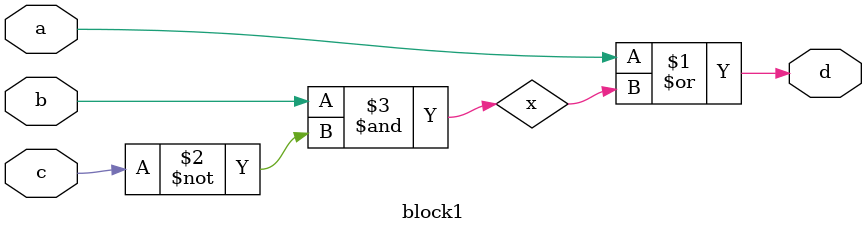
<source format=v>
module block1 (a, b , c, d);
    input a, b, c;
    output d; // default wire type
    wire x;

    assign d = a | x;
    assign x = (b & ~c);
    
    //alway裡不能有assign

endmodule
</source>
